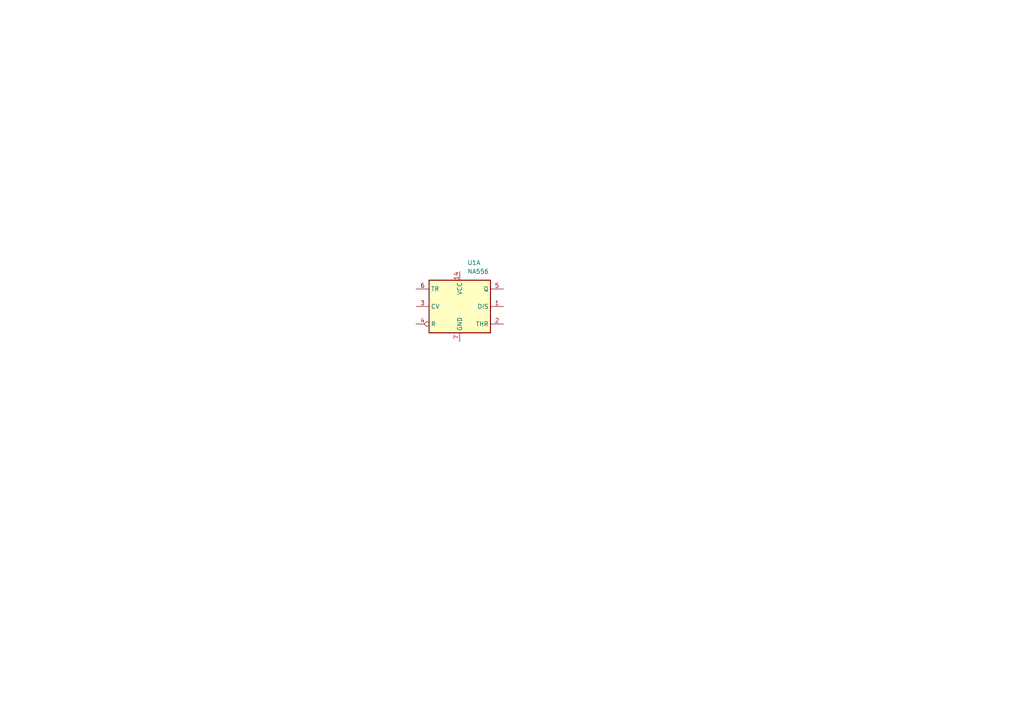
<source format=kicad_sch>
(kicad_sch (version 20230121) (generator eeschema)
  (paper "A4")
  (lib_symbols
    (symbol "Timer:NA556"
      (property "Reference" "U" (at -10.16 8.89 0))
      (property "Value" "NA556" (at -10.16 -8.89 0))
      (symbol "NA556_0_0"
        (pin power_in line (at 0 10.16 270) (length 2.54) (name "VCC") (number "14"))
        (pin power_in line (at 0 -10.16 90) (length 2.54) (name "GND") (number "7"))
      )
      (symbol "NA556_0_1"
        (rectangle (start -8.89 -7.62) (end 8.89 7.62) (stroke (width 0.254)) (fill (type background)))
        (rectangle (start -8.89 -7.62) (end 8.89 7.62) (stroke (width 0.254)) (fill (type background)))
      )
      (symbol "NA556_1_1"
        (pin input line (at 12.7 0 180) (length 3.81) (name "DIS") (number "1"))
        (pin input line (at 12.7 -5.08 180) (length 3.81) (name "THR") (number "2"))
        (pin input line (at -12.7 0 0) (length 3.81) (name "CV") (number "3"))
        (pin input inverted (at -12.7 -5.08 0) (length 3.81) (name "R") (number "4"))
        (pin output line (at 12.7 5.08 180) (length 3.81) (name "Q") (number "5"))
        (pin input line (at -12.7 5.08 0) (length 3.81) (name "TR") (number "6"))
      )
      (symbol "NA556_2_1"
        (pin input inverted (at -12.7 -5.08 0) (length 3.81) (name "R") (number "10"))
        (pin input line (at -12.7 0 0) (length 3.81) (name "CV") (number "11"))
        (pin input line (at 12.7 -5.08 180) (length 3.81) (name "THR") (number "12"))
        (pin input line (at 12.7 0 180) (length 3.81) (name "DIS") (number "13"))
        (pin input line (at -12.7 5.08 0) (length 3.81) (name "TR") (number "8"))
        (pin output line (at 12.7 5.08 180) (length 3.81) (name "Q") (number "9"))
      )
    )
  )
  (symbol (lib_id "Timer:NA556") (at 133.35 88.9 0) (unit 1)
    (property "Reference" "U1" (at 135.5441 76.2 0) (effects (justify left)))
    (property "Value" "NA556" (at 135.5441 78.74 0) (effects (justify left)))
    (property "Footprint" "Package_DIP:DIP-8_W7.62mm" (effects hide))
    (property "Datasheet" "http://www.ti.com/lit/ds/symlink/se556.pdf" (effects hide))
  )
)
</source>
